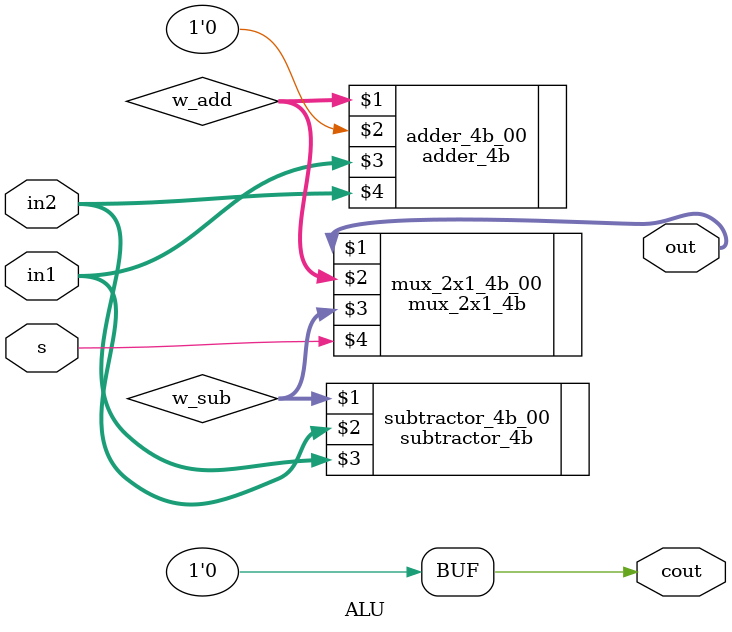
<source format=v>
`include "Adder_4b.v"
`include "Subtractor.v"
`include "Mux_2x1_4b.v"
module ALU(out, cout, in1, in2, s);
    //2 function, 4-bit ALU
    //s = 0:  Adder
    //s = 1:  Subtractor
    output [3:0] out;
    output cout;
    input [3:0] in1, in2;
    input s;
    wire [3:0] w_add, w_sub;

    assign cout = 0;
    adder_4b adder_4b_00(w_add, cout, in1, in2);
    subtractor_4b subtractor_4b_00(w_sub, in1, in2);

    mux_2x1_4b mux_2x1_4b_00(out, w_add, w_sub, s);

endmodule
</source>
